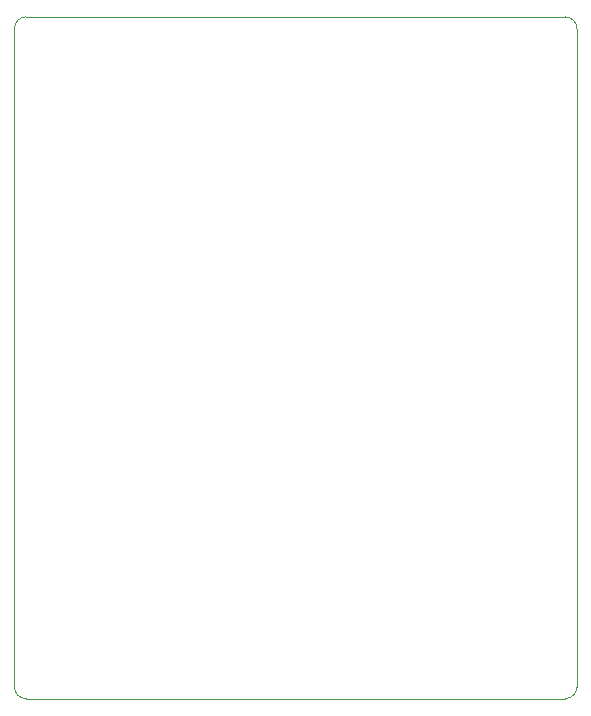
<source format=gbr>
%TF.GenerationSoftware,KiCad,Pcbnew,(5.1.7)-1*%
%TF.CreationDate,2020-10-27T23:28:53+01:00*%
%TF.ProjectId,f1c100s,66316331-3030-4732-9e6b-696361645f70,rev?*%
%TF.SameCoordinates,Original*%
%TF.FileFunction,Profile,NP*%
%FSLAX46Y46*%
G04 Gerber Fmt 4.6, Leading zero omitted, Abs format (unit mm)*
G04 Created by KiCad (PCBNEW (5.1.7)-1) date 2020-10-27 23:28:53*
%MOMM*%
%LPD*%
G01*
G04 APERTURE LIST*
%TA.AperFunction,Profile*%
%ADD10C,0.050000*%
%TD*%
G04 APERTURE END LIST*
D10*
X193908680Y-99821679D02*
G75*
G02*
X192905059Y-100825300I-1003621J0D01*
G01*
X147284440Y-43093319D02*
X192902519Y-43093319D01*
X192902519Y-43093319D02*
G75*
G02*
X193906140Y-44096940I0J-1003621D01*
G01*
X193908680Y-99821679D02*
X193906140Y-44096940D01*
X147282221Y-100825300D02*
G75*
G02*
X146278600Y-99821679I0J1003621D01*
G01*
X192905059Y-100825300D02*
X147282221Y-100825300D01*
X146280819Y-44096940D02*
X146278600Y-99821679D01*
X146280819Y-44096940D02*
G75*
G02*
X147284440Y-43093319I1003621J0D01*
G01*
M02*

</source>
